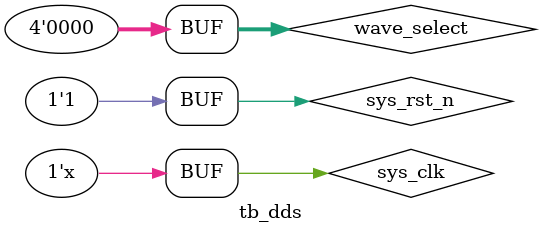
<source format=v>
`timescale  1ns/1ns

module  tb_dds();

//**************************************************************//
//*************** Parameter and Internal Signal ****************//
//**************************************************************//
//wire  define
wire    [7:0]   data_out    ;

//reg   define
reg             sys_clk     ;
reg             sys_rst_n   ;
reg     [3:0]   wave_select ;

//**************************************************************//
//************************** Main Code *************************//
//**************************************************************//
//sys_rst_n,sys_clk,key
initial
    begin
        sys_clk     =  1'b0;
        sys_rst_n   <=  1'b0;

        wave_select <=  4'b0000;
        #200;
        sys_rst_n   <=   1'b1;
        #10000
        wave_select <=  4'b0001;
        #8000000;
        wave_select <=  4'b0010;
        #8000000;
        wave_select <=  4'b0100;
        #8000000;
        wave_select <=  4'b1000;
        #8000000;
        wave_select <=  4'b0000;
        #8000000;
    end

always #10 sys_clk = ~sys_clk;

//**************************************************************//
//************************ Instantiation ***********************//
//**************************************************************//
//------------- top_dds_inst -------------
dds     dds_inst
(
    .sys_clk     (sys_clk    ),   //系统时钟,50MHz
    .sys_rst_n   (sys_rst_n  ),   //复位信号,低电平有效
    .wave_select (wave_select),   //输出波形选择

    .data_out    (data_out   )    //波形输出
);

endmodule

</source>
